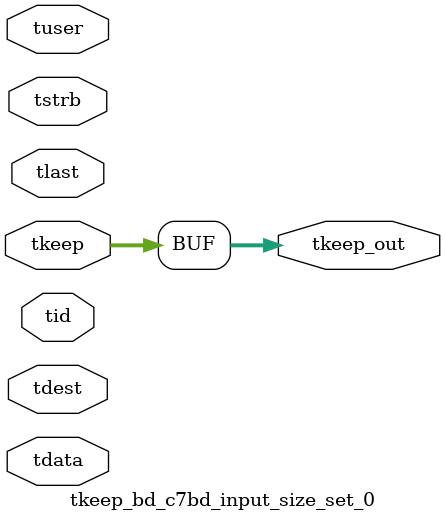
<source format=v>


`timescale 1ps/1ps

module tkeep_bd_c7bd_input_size_set_0 #
(
parameter C_S_AXIS_TDATA_WIDTH = 32,
parameter C_S_AXIS_TUSER_WIDTH = 0,
parameter C_S_AXIS_TID_WIDTH   = 0,
parameter C_S_AXIS_TDEST_WIDTH = 0,
parameter C_M_AXIS_TDATA_WIDTH = 32
)
(
input  [(C_S_AXIS_TDATA_WIDTH == 0 ? 1 : C_S_AXIS_TDATA_WIDTH)-1:0     ] tdata,
input  [(C_S_AXIS_TUSER_WIDTH == 0 ? 1 : C_S_AXIS_TUSER_WIDTH)-1:0     ] tuser,
input  [(C_S_AXIS_TID_WIDTH   == 0 ? 1 : C_S_AXIS_TID_WIDTH)-1:0       ] tid,
input  [(C_S_AXIS_TDEST_WIDTH == 0 ? 1 : C_S_AXIS_TDEST_WIDTH)-1:0     ] tdest,
input  [(C_S_AXIS_TDATA_WIDTH/8)-1:0 ] tkeep,
input  [(C_S_AXIS_TDATA_WIDTH/8)-1:0 ] tstrb,
input                                                                    tlast,
output [(C_M_AXIS_TDATA_WIDTH/8)-1:0 ] tkeep_out
);

assign tkeep_out = {tkeep[5:0]};

endmodule


</source>
